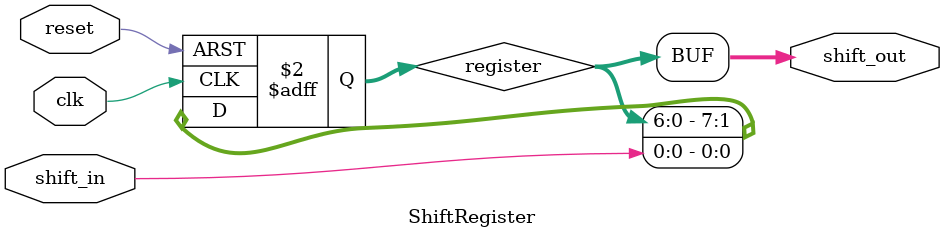
<source format=sv>
module ShiftRegister(
  input wire clk,
  input wire reset,
  input wire shift_in,
  output wire [7:0] shift_out
);

reg [7:0] register;

always @(posedge clk or posedge reset) begin
  if (reset)
    register <= 8'b0;
    else begin
      register <= {register[6:0], shift_in};
    end
end

assign shift_out = register;

endmodule
</source>
